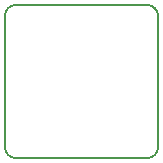
<source format=gbr>
G04 DipTrace 3.0.0.0*
G04 BoardOutline.gbr*
%MOIN*%
G04 #@! TF.FileFunction,Profile*
G04 #@! TF.Part,Single*
%ADD11C,0.005512*%
%FSLAX26Y26*%
G04*
G70*
G90*
G75*
G01*
G04 BoardOutline*
%LPD*%
X433386Y394016D2*
D11*
X866457D1*
G03X905827Y433386I-1J39371D01*
G01*
Y866457D1*
G03X866457Y905827I-39371J-1D01*
G01*
X433386D1*
G03X394016Y866457I1J-39371D01*
G01*
Y433386D1*
G03X433386Y394016I39371J1D01*
G01*
M02*

</source>
